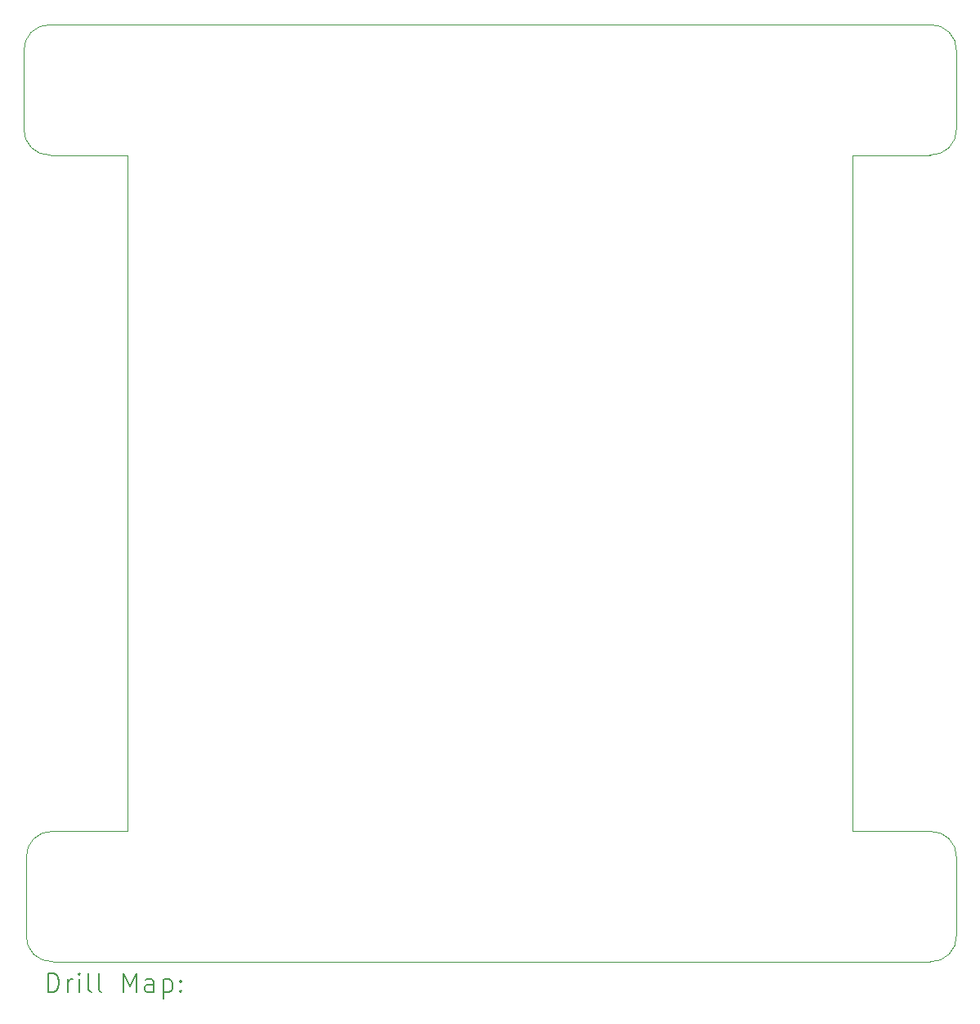
<source format=gbr>
%TF.GenerationSoftware,KiCad,Pcbnew,(6.0.9)*%
%TF.CreationDate,2022-12-13T14:22:06-05:00*%
%TF.ProjectId,Team5_Coaster_post_mdr_100x100,5465616d-355f-4436-9f61-737465725f70,rev?*%
%TF.SameCoordinates,Original*%
%TF.FileFunction,Drillmap*%
%TF.FilePolarity,Positive*%
%FSLAX45Y45*%
G04 Gerber Fmt 4.5, Leading zero omitted, Abs format (unit mm)*
G04 Created by KiCad (PCBNEW (6.0.9)) date 2022-12-13 14:22:06*
%MOMM*%
%LPD*%
G01*
G04 APERTURE LIST*
%ADD10C,0.100000*%
%ADD11C,0.200000*%
G04 APERTURE END LIST*
D10*
X17236440Y-15650000D02*
G75*
G03*
X17511440Y-15375000I11440J263560D01*
G01*
X17236440Y-7300000D02*
X16436440Y-7300000D01*
X17236440Y-14300000D02*
X16436440Y-14300000D01*
X17511440Y-6225000D02*
X17511440Y-7025000D01*
X7850000Y-7025000D02*
G75*
G03*
X8125000Y-7300000I263560J-11440D01*
G01*
X7875000Y-15375000D02*
X7875000Y-14575000D01*
X17236440Y-5950000D02*
X16436440Y-5950000D01*
X17511440Y-14575000D02*
G75*
G03*
X17236440Y-14300000I-263560J11440D01*
G01*
X16436440Y-14300000D02*
X16436440Y-7300000D01*
X7850000Y-7025000D02*
X7850000Y-6225000D01*
X8150000Y-14300000D02*
X8925000Y-14300000D01*
X8150000Y-14300000D02*
G75*
G03*
X7875000Y-14575000I-11440J-263560D01*
G01*
X8150000Y-15650000D02*
X8950000Y-15650000D01*
X8925000Y-5950000D02*
X16436440Y-5950000D01*
X8125000Y-5950000D02*
G75*
G03*
X7850000Y-6225000I-11440J-263560D01*
G01*
X8925000Y-7300000D02*
X8925000Y-14300000D01*
X8125000Y-5950000D02*
X8925000Y-5950000D01*
X7875000Y-15375000D02*
G75*
G03*
X8150000Y-15650000I263560J-11440D01*
G01*
X17236440Y-15650000D02*
X16436440Y-15650000D01*
X17236440Y-7300000D02*
G75*
G03*
X17511440Y-7025000I11440J263560D01*
G01*
X8125000Y-7300000D02*
X8925000Y-7300000D01*
X17511440Y-6225000D02*
G75*
G03*
X17236440Y-5950000I-263560J11440D01*
G01*
X17511440Y-14575000D02*
X17511440Y-15375000D01*
X8950000Y-15650000D02*
X16436440Y-15650000D01*
D11*
X8102371Y-15965724D02*
X8102371Y-15765724D01*
X8149990Y-15765724D01*
X8178561Y-15775248D01*
X8197609Y-15794296D01*
X8207133Y-15813343D01*
X8216656Y-15851439D01*
X8216656Y-15880010D01*
X8207133Y-15918105D01*
X8197609Y-15937153D01*
X8178561Y-15956200D01*
X8149990Y-15965724D01*
X8102371Y-15965724D01*
X8302371Y-15965724D02*
X8302371Y-15832391D01*
X8302371Y-15870486D02*
X8311895Y-15851439D01*
X8321418Y-15841915D01*
X8340466Y-15832391D01*
X8359514Y-15832391D01*
X8426180Y-15965724D02*
X8426180Y-15832391D01*
X8426180Y-15765724D02*
X8416657Y-15775248D01*
X8426180Y-15784772D01*
X8435704Y-15775248D01*
X8426180Y-15765724D01*
X8426180Y-15784772D01*
X8549990Y-15965724D02*
X8530942Y-15956200D01*
X8521418Y-15937153D01*
X8521418Y-15765724D01*
X8654752Y-15965724D02*
X8635704Y-15956200D01*
X8626180Y-15937153D01*
X8626180Y-15765724D01*
X8883323Y-15965724D02*
X8883323Y-15765724D01*
X8949990Y-15908581D01*
X9016657Y-15765724D01*
X9016657Y-15965724D01*
X9197609Y-15965724D02*
X9197609Y-15860962D01*
X9188085Y-15841915D01*
X9169038Y-15832391D01*
X9130942Y-15832391D01*
X9111895Y-15841915D01*
X9197609Y-15956200D02*
X9178561Y-15965724D01*
X9130942Y-15965724D01*
X9111895Y-15956200D01*
X9102371Y-15937153D01*
X9102371Y-15918105D01*
X9111895Y-15899058D01*
X9130942Y-15889534D01*
X9178561Y-15889534D01*
X9197609Y-15880010D01*
X9292847Y-15832391D02*
X9292847Y-16032391D01*
X9292847Y-15841915D02*
X9311895Y-15832391D01*
X9349990Y-15832391D01*
X9369038Y-15841915D01*
X9378561Y-15851439D01*
X9388085Y-15870486D01*
X9388085Y-15927629D01*
X9378561Y-15946677D01*
X9369038Y-15956200D01*
X9349990Y-15965724D01*
X9311895Y-15965724D01*
X9292847Y-15956200D01*
X9473799Y-15946677D02*
X9483323Y-15956200D01*
X9473799Y-15965724D01*
X9464276Y-15956200D01*
X9473799Y-15946677D01*
X9473799Y-15965724D01*
X9473799Y-15841915D02*
X9483323Y-15851439D01*
X9473799Y-15860962D01*
X9464276Y-15851439D01*
X9473799Y-15841915D01*
X9473799Y-15860962D01*
M02*

</source>
